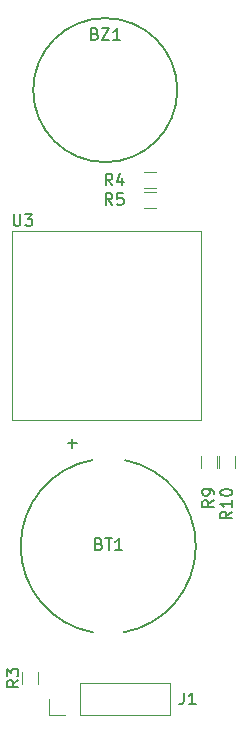
<source format=gbr>
G04 #@! TF.GenerationSoftware,KiCad,Pcbnew,(5.1.4)-1*
G04 #@! TF.CreationDate,2019-12-06T10:27:53-06:00*
G04 #@! TF.ProjectId,cutdown,63757464-6f77-46e2-9e6b-696361645f70,rev?*
G04 #@! TF.SameCoordinates,Original*
G04 #@! TF.FileFunction,Legend,Top*
G04 #@! TF.FilePolarity,Positive*
%FSLAX46Y46*%
G04 Gerber Fmt 4.6, Leading zero omitted, Abs format (unit mm)*
G04 Created by KiCad (PCBNEW (5.1.4)-1) date 2019-12-06 10:27:53*
%MOMM*%
%LPD*%
G04 APERTURE LIST*
%ADD10C,0.150000*%
%ADD11C,0.120000*%
%ADD12C,0.100000*%
G04 APERTURE END LIST*
D10*
X192677270Y-86066469D02*
G75*
G02X192562000Y-100645000I-1415270J-7278531D01*
G01*
X189961999Y-100644999D02*
G75*
G02X189962001Y-86045001I1300001J7299999D01*
G01*
X197108000Y-54737000D02*
G75*
G03X197108000Y-54737000I-6100000J0D01*
G01*
D11*
X186249000Y-107629000D02*
X186249000Y-106299000D01*
X187579000Y-107629000D02*
X186249000Y-107629000D01*
X188849000Y-107629000D02*
X188849000Y-104969000D01*
X188849000Y-104969000D02*
X196529000Y-104969000D01*
X188849000Y-107629000D02*
X196529000Y-107629000D01*
X196529000Y-107629000D02*
X196529000Y-104969000D01*
X183978000Y-105021000D02*
X183978000Y-104021000D01*
X185338000Y-104021000D02*
X185338000Y-105021000D01*
X194318000Y-61677000D02*
X195318000Y-61677000D01*
X195318000Y-63037000D02*
X194318000Y-63037000D01*
X195318000Y-64688000D02*
X194318000Y-64688000D01*
X194318000Y-63328000D02*
X195318000Y-63328000D01*
X199091000Y-86733000D02*
X199091000Y-85733000D01*
X200451000Y-85733000D02*
X200451000Y-86733000D01*
X200615000Y-86733000D02*
X200615000Y-85733000D01*
X201975000Y-85733000D02*
X201975000Y-86733000D01*
D12*
X183135000Y-66676000D02*
X199135000Y-66676000D01*
X199135000Y-66676000D02*
X199135000Y-82676000D01*
X199135000Y-82676000D02*
X183135000Y-82676000D01*
X183135000Y-82676000D02*
X183135000Y-66676000D01*
D10*
X190476285Y-93146571D02*
X190619142Y-93194190D01*
X190666761Y-93241809D01*
X190714380Y-93337047D01*
X190714380Y-93479904D01*
X190666761Y-93575142D01*
X190619142Y-93622761D01*
X190523904Y-93670380D01*
X190142952Y-93670380D01*
X190142952Y-92670380D01*
X190476285Y-92670380D01*
X190571523Y-92718000D01*
X190619142Y-92765619D01*
X190666761Y-92860857D01*
X190666761Y-92956095D01*
X190619142Y-93051333D01*
X190571523Y-93098952D01*
X190476285Y-93146571D01*
X190142952Y-93146571D01*
X191000095Y-92670380D02*
X191571523Y-92670380D01*
X191285809Y-93670380D02*
X191285809Y-92670380D01*
X192428666Y-93670380D02*
X191857238Y-93670380D01*
X192142952Y-93670380D02*
X192142952Y-92670380D01*
X192047714Y-92813238D01*
X191952476Y-92908476D01*
X191857238Y-92956095D01*
X187833047Y-84653428D02*
X188594952Y-84653428D01*
X188214000Y-85034380D02*
X188214000Y-84272476D01*
X190127047Y-49966571D02*
X190269904Y-50014190D01*
X190317523Y-50061809D01*
X190365142Y-50157047D01*
X190365142Y-50299904D01*
X190317523Y-50395142D01*
X190269904Y-50442761D01*
X190174666Y-50490380D01*
X189793714Y-50490380D01*
X189793714Y-49490380D01*
X190127047Y-49490380D01*
X190222285Y-49538000D01*
X190269904Y-49585619D01*
X190317523Y-49680857D01*
X190317523Y-49776095D01*
X190269904Y-49871333D01*
X190222285Y-49918952D01*
X190127047Y-49966571D01*
X189793714Y-49966571D01*
X190698476Y-49490380D02*
X191365142Y-49490380D01*
X190698476Y-50490380D01*
X191365142Y-50490380D01*
X192269904Y-50490380D02*
X191698476Y-50490380D01*
X191984190Y-50490380D02*
X191984190Y-49490380D01*
X191888952Y-49633238D01*
X191793714Y-49728476D01*
X191698476Y-49776095D01*
X197659666Y-105751380D02*
X197659666Y-106465666D01*
X197612047Y-106608523D01*
X197516809Y-106703761D01*
X197373952Y-106751380D01*
X197278714Y-106751380D01*
X198659666Y-106751380D02*
X198088238Y-106751380D01*
X198373952Y-106751380D02*
X198373952Y-105751380D01*
X198278714Y-105894238D01*
X198183476Y-105989476D01*
X198088238Y-106037095D01*
X183660380Y-104687666D02*
X183184190Y-105021000D01*
X183660380Y-105259095D02*
X182660380Y-105259095D01*
X182660380Y-104878142D01*
X182708000Y-104782904D01*
X182755619Y-104735285D01*
X182850857Y-104687666D01*
X182993714Y-104687666D01*
X183088952Y-104735285D01*
X183136571Y-104782904D01*
X183184190Y-104878142D01*
X183184190Y-105259095D01*
X182660380Y-104354333D02*
X182660380Y-103735285D01*
X183041333Y-104068619D01*
X183041333Y-103925761D01*
X183088952Y-103830523D01*
X183136571Y-103782904D01*
X183231809Y-103735285D01*
X183469904Y-103735285D01*
X183565142Y-103782904D01*
X183612761Y-103830523D01*
X183660380Y-103925761D01*
X183660380Y-104211476D01*
X183612761Y-104306714D01*
X183565142Y-104354333D01*
X191603333Y-62809380D02*
X191270000Y-62333190D01*
X191031904Y-62809380D02*
X191031904Y-61809380D01*
X191412857Y-61809380D01*
X191508095Y-61857000D01*
X191555714Y-61904619D01*
X191603333Y-61999857D01*
X191603333Y-62142714D01*
X191555714Y-62237952D01*
X191508095Y-62285571D01*
X191412857Y-62333190D01*
X191031904Y-62333190D01*
X192460476Y-62142714D02*
X192460476Y-62809380D01*
X192222380Y-61761761D02*
X191984285Y-62476047D01*
X192603333Y-62476047D01*
X191603333Y-64460380D02*
X191270000Y-63984190D01*
X191031904Y-64460380D02*
X191031904Y-63460380D01*
X191412857Y-63460380D01*
X191508095Y-63508000D01*
X191555714Y-63555619D01*
X191603333Y-63650857D01*
X191603333Y-63793714D01*
X191555714Y-63888952D01*
X191508095Y-63936571D01*
X191412857Y-63984190D01*
X191031904Y-63984190D01*
X192508095Y-63460380D02*
X192031904Y-63460380D01*
X191984285Y-63936571D01*
X192031904Y-63888952D01*
X192127142Y-63841333D01*
X192365238Y-63841333D01*
X192460476Y-63888952D01*
X192508095Y-63936571D01*
X192555714Y-64031809D01*
X192555714Y-64269904D01*
X192508095Y-64365142D01*
X192460476Y-64412761D01*
X192365238Y-64460380D01*
X192127142Y-64460380D01*
X192031904Y-64412761D01*
X191984285Y-64365142D01*
X200223380Y-89447666D02*
X199747190Y-89781000D01*
X200223380Y-90019095D02*
X199223380Y-90019095D01*
X199223380Y-89638142D01*
X199271000Y-89542904D01*
X199318619Y-89495285D01*
X199413857Y-89447666D01*
X199556714Y-89447666D01*
X199651952Y-89495285D01*
X199699571Y-89542904D01*
X199747190Y-89638142D01*
X199747190Y-90019095D01*
X200223380Y-88971476D02*
X200223380Y-88781000D01*
X200175761Y-88685761D01*
X200128142Y-88638142D01*
X199985285Y-88542904D01*
X199794809Y-88495285D01*
X199413857Y-88495285D01*
X199318619Y-88542904D01*
X199271000Y-88590523D01*
X199223380Y-88685761D01*
X199223380Y-88876238D01*
X199271000Y-88971476D01*
X199318619Y-89019095D01*
X199413857Y-89066714D01*
X199651952Y-89066714D01*
X199747190Y-89019095D01*
X199794809Y-88971476D01*
X199842428Y-88876238D01*
X199842428Y-88685761D01*
X199794809Y-88590523D01*
X199747190Y-88542904D01*
X199651952Y-88495285D01*
X201747380Y-90431857D02*
X201271190Y-90765190D01*
X201747380Y-91003285D02*
X200747380Y-91003285D01*
X200747380Y-90622333D01*
X200795000Y-90527095D01*
X200842619Y-90479476D01*
X200937857Y-90431857D01*
X201080714Y-90431857D01*
X201175952Y-90479476D01*
X201223571Y-90527095D01*
X201271190Y-90622333D01*
X201271190Y-91003285D01*
X201747380Y-89479476D02*
X201747380Y-90050904D01*
X201747380Y-89765190D02*
X200747380Y-89765190D01*
X200890238Y-89860428D01*
X200985476Y-89955666D01*
X201033095Y-90050904D01*
X200747380Y-88860428D02*
X200747380Y-88765190D01*
X200795000Y-88669952D01*
X200842619Y-88622333D01*
X200937857Y-88574714D01*
X201128333Y-88527095D01*
X201366428Y-88527095D01*
X201556904Y-88574714D01*
X201652142Y-88622333D01*
X201699761Y-88669952D01*
X201747380Y-88765190D01*
X201747380Y-88860428D01*
X201699761Y-88955666D01*
X201652142Y-89003285D01*
X201556904Y-89050904D01*
X201366428Y-89098523D01*
X201128333Y-89098523D01*
X200937857Y-89050904D01*
X200842619Y-89003285D01*
X200795000Y-88955666D01*
X200747380Y-88860428D01*
X183261095Y-65238380D02*
X183261095Y-66047904D01*
X183308714Y-66143142D01*
X183356333Y-66190761D01*
X183451571Y-66238380D01*
X183642047Y-66238380D01*
X183737285Y-66190761D01*
X183784904Y-66143142D01*
X183832523Y-66047904D01*
X183832523Y-65238380D01*
X184213476Y-65238380D02*
X184832523Y-65238380D01*
X184499190Y-65619333D01*
X184642047Y-65619333D01*
X184737285Y-65666952D01*
X184784904Y-65714571D01*
X184832523Y-65809809D01*
X184832523Y-66047904D01*
X184784904Y-66143142D01*
X184737285Y-66190761D01*
X184642047Y-66238380D01*
X184356333Y-66238380D01*
X184261095Y-66190761D01*
X184213476Y-66143142D01*
M02*

</source>
